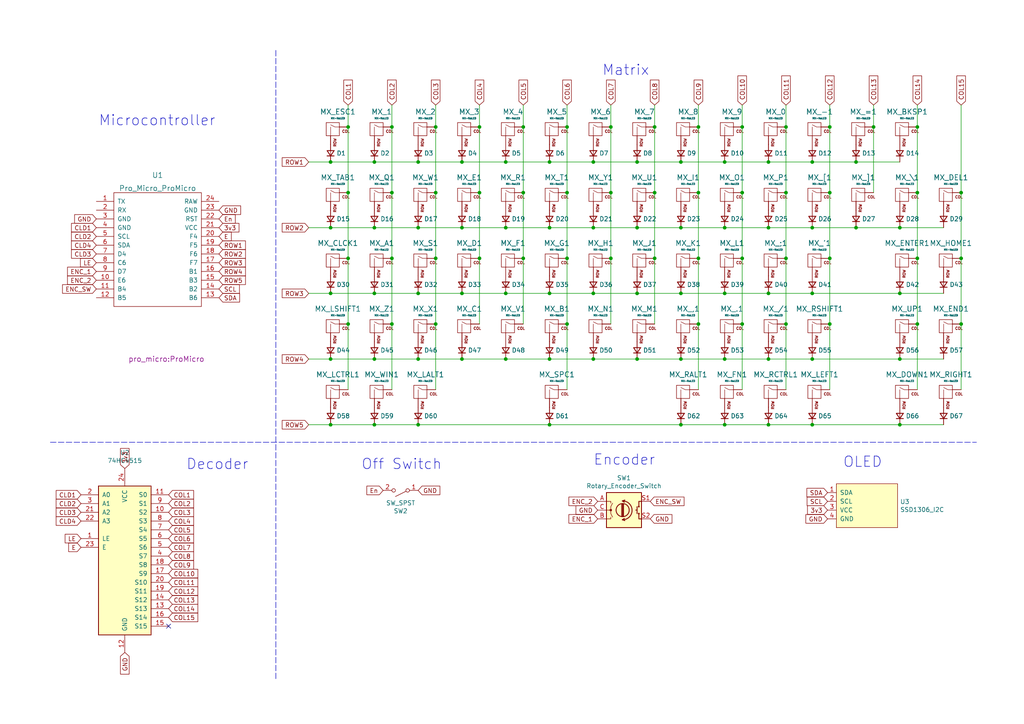
<source format=kicad_sch>
(kicad_sch (version 20211123) (generator eeschema)
  (paper "A4")
  (lib_symbols
    (symbol "Device:D_Small" (pin_numbers hide) (pin_names (offset 0.254) hide)
      (property "Reference" "D" (at -1.27 2.032 0))
      (property "Value" "D_Small" (at -3.81 -2.032 0))
      (symbol "D_Small_1_1"
        (pin passive line (at -2.54 0 0) (length 1.778) (name "K") (number "1"))
        (pin passive line (at 2.54 0 180) (length 1.778) (name "A") (number "2"))
      )
    )
    (symbol "Dissatisfaction65-rescue:Rotary_Encoder_Switch-Device" (pin_names (offset 0.254) hide)
      (property "Reference" "SW" (at 0 6.604 0))
      (property "Value" "Rotary_Encoder_Switch-Device" (at 0 -6.604 0))
      (symbol "Rotary_Encoder_Switch-Device_1_1"
        (pin passive line (at -7.62 2.54 0) (length 2.54) (name "A") (number "A"))
        (pin passive line (at -7.62 -2.54 0) (length 2.54) (name "B") (number "B"))
        (pin passive line (at -7.62 0 0) (length 2.54) (name "C") (number "C"))
        (pin passive line (at 7.62 2.54 180) (length 2.54) (name "S1") (number "S1"))
        (pin passive line (at 7.62 -2.54 180) (length 2.54) (name "S2") (number "S2"))
      )
    )
    (symbol "Dissatisfaction65:74HC4515" (pin_names (offset 1.016))
      (property "Reference" "U" (at -13.97 -6.35 0))
      (property "Value" "74HC4515" (at -13.97 -10.16 0))
      (symbol "74HC4515_1_1"
        (pin input line (at -12.7 5.08 0) (length 5.08) (name "LE") (number "1"))
        (pin output line (at 12.7 12.7 180) (length 5.08) (name "S2") (number "10"))
        (pin output line (at 12.7 17.78 180) (length 5.08) (name "S0") (number "11"))
        (pin power_in line (at 0 -27.94 90) (length 5.08) (name "GND") (number "12"))
        (pin output line (at 12.7 -15.24 180) (length 5.08) (name "S13") (number "13"))
        (pin output line (at 12.7 -12.7 180) (length 5.08) (name "S12") (number "14"))
        (pin output line (at 12.7 -20.32 180) (length 5.08) (name "S15") (number "15"))
        (pin output line (at 12.7 -17.78 180) (length 5.08) (name "S14") (number "16"))
        (pin output line (at 12.7 -5.08 180) (length 5.08) (name "S9") (number "17"))
        (pin output line (at 12.7 -2.54 180) (length 5.08) (name "S8") (number "18"))
        (pin output line (at 12.7 -10.16 180) (length 5.08) (name "S11") (number "19"))
        (pin input line (at -12.7 17.78 0) (length 5.08) (name "A0") (number "2"))
        (pin output line (at 12.7 -7.62 180) (length 5.08) (name "S10") (number "20"))
        (pin input line (at -12.7 12.7 0) (length 5.08) (name "A2") (number "21"))
        (pin input line (at -12.7 10.16 0) (length 5.08) (name "A3") (number "22"))
        (pin input line (at -12.7 2.54 0) (length 5.08) (name "E") (number "23"))
        (pin power_in line (at 0 25.4 270) (length 5.08) (name "VCC") (number "24"))
        (pin input line (at -12.7 15.24 0) (length 5.08) (name "A1") (number "3"))
        (pin output line (at 12.7 0 180) (length 5.08) (name "S7") (number "4"))
        (pin output line (at 12.7 2.54 180) (length 5.08) (name "S6") (number "5"))
        (pin output line (at 12.7 5.08 180) (length 5.08) (name "S5") (number "6"))
        (pin output line (at 12.7 7.62 180) (length 5.08) (name "S4") (number "7"))
        (pin output line (at 12.7 10.16 180) (length 5.08) (name "S3") (number "8"))
        (pin output line (at 12.7 15.24 180) (length 5.08) (name "S1") (number "9"))
      )
    )
    (symbol "Dissatisfaction65:SSD1306_I2C" (pin_names (offset 1.016))
      (property "Reference" "U" (at 0 8.89 0))
      (property "Value" "SSD1306_I2C" (at 0 6.35 0))
      (symbol "SSD1306_I2C_1_1"
        (pin input line (at -11.43 2.54 0) (length 2.54) (name "SDA") (number "1"))
        (pin input line (at -11.43 0 0) (length 2.54) (name "SCL") (number "2"))
        (pin input line (at -11.43 -2.54 0) (length 2.54) (name "VCC") (number "3"))
        (pin input line (at -11.43 -5.08 0) (length 2.54) (name "GND") (number "4"))
      )
    )
    (symbol "MX_Alps_Hybrid:MX-NoLED" (pin_names (offset 1.016))
      (property "Reference" "MX" (at -0.635 3.81 0))
      (property "Value" "MX-NoLED" (at -0.635 1.27 0))
      (symbol "MX-NoLED_0_0"
        (text "COL" (at 3.175 0 0) (effects (font (size 0.762 0.762))))
        (text "ROW" (at 0 -1.905 900) (effects (font (size 0.762 0.762)) (justify right)))
      )
      (symbol "MX-NoLED_1_1"
        (pin passive line (at 3.81 1.27 180) (length 2.54) (name "COL") (number "1"))
        (pin passive line (at -1.27 -3.81 90) (length 2.54) (name "ROW") (number "2"))
      )
    )
    (symbol "Switch:SW_SPST" (pin_names (offset 0) hide)
      (property "Reference" "SW" (at 0 3.175 0))
      (property "Value" "SW_SPST" (at 0 -2.54 0))
      (symbol "SW_SPST_1_1"
        (pin passive line (at -5.08 0 0) (length 2.54) (name "A") (number "1"))
        (pin passive line (at 5.08 0 180) (length 2.54) (name "B") (number "2"))
      )
    )
    (symbol "unix60pcb-cache:Pro_Micro_ProMicro" (pin_names (offset 1.016))
      (property "Reference" "U" (at 0 24.13 0))
      (property "Value" "Pro_Micro_ProMicro" (at 0 -13.97 0))
      (symbol "Pro_Micro_ProMicro_1_1"
        (pin bidirectional line (at -17.78 19.05 0) (length 5.08) (name "TX") (number "1"))
        (pin bidirectional line (at -17.78 -3.81 0) (length 5.08) (name "E6") (number "10"))
        (pin bidirectional line (at -17.78 -6.35 0) (length 5.08) (name "B4") (number "11"))
        (pin bidirectional line (at -17.78 -8.89 0) (length 5.08) (name "B5") (number "12"))
        (pin bidirectional line (at 17.78 -8.89 180) (length 5.08) (name "B6") (number "13"))
        (pin bidirectional line (at 17.78 -6.35 180) (length 5.08) (name "B2") (number "14"))
        (pin bidirectional line (at 17.78 -3.81 180) (length 5.08) (name "B3") (number "15"))
        (pin bidirectional line (at 17.78 -1.27 180) (length 5.08) (name "B1") (number "16"))
        (pin bidirectional line (at 17.78 1.27 180) (length 5.08) (name "F7") (number "17"))
        (pin bidirectional line (at 17.78 3.81 180) (length 5.08) (name "F6") (number "18"))
        (pin bidirectional line (at 17.78 6.35 180) (length 5.08) (name "F5") (number "19"))
        (pin bidirectional line (at -17.78 16.51 0) (length 5.08) (name "RX") (number "2"))
        (pin bidirectional line (at 17.78 8.89 180) (length 5.08) (name "F4") (number "20"))
        (pin power_in line (at 17.78 11.43 180) (length 5.08) (name "VCC") (number "21"))
        (pin input line (at 17.78 13.97 180) (length 5.08) (name "RST") (number "22"))
        (pin power_in line (at 17.78 16.51 180) (length 5.08) (name "GND") (number "23"))
        (pin power_out line (at 17.78 19.05 180) (length 5.08) (name "RAW") (number "24"))
        (pin power_in line (at -17.78 13.97 0) (length 5.08) (name "GND") (number "3"))
        (pin power_in line (at -17.78 11.43 0) (length 5.08) (name "GND") (number "4"))
        (pin bidirectional line (at -17.78 8.89 0) (length 5.08) (name "SCL") (number "5"))
        (pin bidirectional line (at -17.78 6.35 0) (length 5.08) (name "SDA") (number "6"))
        (pin bidirectional line (at -17.78 3.81 0) (length 5.08) (name "D4") (number "7"))
        (pin bidirectional line (at -17.78 1.27 0) (length 5.08) (name "C6") (number "8"))
        (pin bidirectional line (at -17.78 -1.27 0) (length 5.08) (name "D7") (number "9"))
      )
    )
  )
  (junction (at 100.965 93.98))
  (junction (at 266.065 55.88))
  (junction (at 235.585 46.99))
  (junction (at 227.965 74.93))
  (junction (at 164.465 55.88))
  (junction (at 95.885 104.14))
  (junction (at 133.985 85.09))
  (junction (at 177.165 36.83))
  (junction (at 108.585 46.99))
  (junction (at 108.585 123.19))
  (junction (at 121.285 123.19))
  (junction (at 108.585 66.04))
  (junction (at 240.665 93.98))
  (junction (at 151.765 74.93))
  (junction (at 197.485 46.99))
  (junction (at 253.365 36.83))
  (junction (at 146.685 104.14))
  (junction (at 197.485 85.09))
  (junction (at 113.665 93.98))
  (junction (at 172.085 46.99))
  (junction (at 248.285 46.99))
  (junction (at 159.385 66.04))
  (junction (at 146.685 85.09))
  (junction (at 227.965 55.88))
  (junction (at 113.665 36.83))
  (junction (at 133.985 66.04))
  (junction (at 113.665 55.88))
  (junction (at 121.285 104.14))
  (junction (at 100.965 74.93))
  (junction (at 240.665 74.93))
  (junction (at 215.265 55.88))
  (junction (at 100.965 36.83))
  (junction (at 113.665 74.93))
  (junction (at 146.685 46.99))
  (junction (at 184.785 104.14))
  (junction (at 126.365 74.93))
  (junction (at 184.785 46.99))
  (junction (at 235.585 123.19))
  (junction (at 95.885 46.99))
  (junction (at 260.985 104.14))
  (junction (at 202.565 36.83))
  (junction (at 95.885 66.04))
  (junction (at 222.885 123.19))
  (junction (at 159.385 46.99))
  (junction (at 227.965 93.98))
  (junction (at 172.085 66.04))
  (junction (at 164.465 93.98))
  (junction (at 260.985 123.19))
  (junction (at 202.565 55.88))
  (junction (at 260.985 85.09))
  (junction (at 126.365 55.88))
  (junction (at 126.365 93.98))
  (junction (at 235.585 85.09))
  (junction (at 215.265 74.93))
  (junction (at 266.065 36.83))
  (junction (at 121.285 46.99))
  (junction (at 210.185 123.19))
  (junction (at 222.885 85.09))
  (junction (at 210.185 66.04))
  (junction (at 210.185 85.09))
  (junction (at 248.285 66.04))
  (junction (at 164.465 36.83))
  (junction (at 108.585 104.14))
  (junction (at 240.665 36.83))
  (junction (at 266.065 74.93))
  (junction (at 159.385 85.09))
  (junction (at 146.685 66.04))
  (junction (at 121.285 66.04))
  (junction (at 260.985 66.04))
  (junction (at 172.085 104.14))
  (junction (at 95.885 123.19))
  (junction (at 133.985 104.14))
  (junction (at 95.885 85.09))
  (junction (at 222.885 104.14))
  (junction (at 197.485 66.04))
  (junction (at 278.765 55.88))
  (junction (at 172.085 85.09))
  (junction (at 189.865 55.88))
  (junction (at 184.785 85.09))
  (junction (at 266.065 93.98))
  (junction (at 151.765 55.88))
  (junction (at 139.065 55.88))
  (junction (at 177.165 74.93))
  (junction (at 202.565 93.98))
  (junction (at 222.885 66.04))
  (junction (at 227.965 36.83))
  (junction (at 278.765 93.98))
  (junction (at 108.585 85.09))
  (junction (at 164.465 74.93))
  (junction (at 100.965 55.88))
  (junction (at 240.665 55.88))
  (junction (at 121.285 85.09))
  (junction (at 189.865 74.93))
  (junction (at 210.185 104.14))
  (junction (at 235.585 104.14))
  (junction (at 139.065 74.93))
  (junction (at 133.985 46.99))
  (junction (at 202.565 74.93))
  (junction (at 139.065 36.83))
  (junction (at 151.765 36.83))
  (junction (at 210.185 46.99))
  (junction (at 197.485 123.19))
  (junction (at 177.165 55.88))
  (junction (at 189.865 36.83))
  (junction (at 235.585 66.04))
  (junction (at 159.385 123.19))
  (junction (at 159.385 104.14))
  (junction (at 222.885 46.99))
  (junction (at 215.265 93.98))
  (junction (at 184.785 66.04))
  (junction (at 197.485 104.14))
  (junction (at 215.265 36.83))
  (junction (at 126.365 36.83))
  (junction (at 278.765 74.93))
  (no_connect (at 48.895 181.61))
  (wire (pts (xy 177.165 93.98) (xy 177.165 74.93)))
  (wire (pts (xy 215.265 36.83) (xy 215.265 55.88)))
  (wire (pts (xy 253.365 55.88) (xy 253.365 36.83)))
  (wire (pts (xy 164.465 55.88) (xy 164.465 74.93)))
  (wire (pts (xy 227.965 36.83) (xy 227.965 30.48)))
  (wire (pts (xy 266.065 74.93) (xy 266.065 55.88)))
  (wire (pts (xy 121.285 123.19) (xy 159.385 123.19)))
  (wire (pts (xy 113.665 30.48) (xy 113.665 36.83)))
  (wire (pts (xy 222.885 104.14) (xy 235.585 104.14)))
  (wire (pts (xy 240.665 93.98) (xy 240.665 113.03)))
  (wire (pts (xy 210.185 104.14) (xy 222.885 104.14)))
  (wire (pts (xy 260.985 85.09) (xy 235.585 85.09)))
  (wire (pts (xy 202.565 55.88) (xy 202.565 36.83)))
  (wire (pts (xy 184.785 46.99) (xy 172.085 46.99)))
  (polyline (pts (xy 14.605 128.27) (xy 283.21 128.27)))
  (wire (pts (xy 210.185 85.09) (xy 197.485 85.09)))
  (wire (pts (xy 189.865 30.48) (xy 189.865 36.83)))
  (wire (pts (xy 248.285 46.99) (xy 235.585 46.99)))
  (wire (pts (xy 240.665 55.88) (xy 240.665 74.93)))
  (wire (pts (xy 278.765 93.98) (xy 278.765 113.03)))
  (wire (pts (xy 126.365 113.03) (xy 126.365 93.98)))
  (wire (pts (xy 100.965 55.88) (xy 100.965 74.93)))
  (wire (pts (xy 253.365 36.83) (xy 253.365 30.48)))
  (wire (pts (xy 210.185 46.99) (xy 197.485 46.99)))
  (wire (pts (xy 146.685 46.99) (xy 133.985 46.99)))
  (wire (pts (xy 266.065 55.88) (xy 266.065 36.83)))
  (wire (pts (xy 248.285 66.04) (xy 235.585 66.04)))
  (wire (pts (xy 273.685 66.04) (xy 260.985 66.04)))
  (wire (pts (xy 189.865 55.88) (xy 189.865 74.93)))
  (wire (pts (xy 151.765 55.88) (xy 151.765 36.83)))
  (wire (pts (xy 172.085 104.14) (xy 184.785 104.14)))
  (wire (pts (xy 133.985 66.04) (xy 121.285 66.04)))
  (wire (pts (xy 260.985 66.04) (xy 248.285 66.04)))
  (wire (pts (xy 108.585 46.99) (xy 95.885 46.99)))
  (wire (pts (xy 126.365 93.98) (xy 126.365 74.93)))
  (wire (pts (xy 210.185 66.04) (xy 197.485 66.04)))
  (wire (pts (xy 159.385 46.99) (xy 146.685 46.99)))
  (wire (pts (xy 189.865 74.93) (xy 189.865 93.98)))
  (wire (pts (xy 139.065 74.93) (xy 139.065 93.98)))
  (wire (pts (xy 227.965 93.98) (xy 227.965 74.93)))
  (wire (pts (xy 197.485 104.14) (xy 210.185 104.14)))
  (wire (pts (xy 235.585 104.14) (xy 260.985 104.14)))
  (wire (pts (xy 172.085 85.09) (xy 159.385 85.09)))
  (wire (pts (xy 139.065 55.88) (xy 139.065 74.93)))
  (wire (pts (xy 215.265 55.88) (xy 215.265 74.93)))
  (wire (pts (xy 222.885 46.99) (xy 210.185 46.99)))
  (wire (pts (xy 172.085 46.99) (xy 159.385 46.99)))
  (wire (pts (xy 222.885 123.19) (xy 235.585 123.19)))
  (wire (pts (xy 108.585 66.04) (xy 95.885 66.04)))
  (wire (pts (xy 202.565 93.98) (xy 202.565 74.93)))
  (wire (pts (xy 146.685 85.09) (xy 133.985 85.09)))
  (wire (pts (xy 222.885 85.09) (xy 210.185 85.09)))
  (wire (pts (xy 113.665 113.03) (xy 113.665 93.98)))
  (wire (pts (xy 95.885 104.14) (xy 108.585 104.14)))
  (wire (pts (xy 126.365 55.88) (xy 126.365 36.83)))
  (wire (pts (xy 235.585 85.09) (xy 222.885 85.09)))
  (wire (pts (xy 240.665 30.48) (xy 240.665 36.83)))
  (wire (pts (xy 227.965 113.03) (xy 227.965 93.98)))
  (wire (pts (xy 108.585 123.19) (xy 121.285 123.19)))
  (wire (pts (xy 159.385 85.09) (xy 146.685 85.09)))
  (wire (pts (xy 95.885 123.19) (xy 89.535 123.19)))
  (wire (pts (xy 266.065 30.48) (xy 266.065 36.83)))
  (wire (pts (xy 222.885 66.04) (xy 210.185 66.04)))
  (wire (pts (xy 113.665 55.88) (xy 113.665 36.83)))
  (wire (pts (xy 266.065 113.03) (xy 266.065 93.98)))
  (wire (pts (xy 260.985 104.14) (xy 273.685 104.14)))
  (wire (pts (xy 240.665 74.93) (xy 240.665 93.98)))
  (wire (pts (xy 278.765 30.48) (xy 278.765 55.88)))
  (wire (pts (xy 159.385 66.04) (xy 146.685 66.04)))
  (wire (pts (xy 202.565 36.83) (xy 202.565 30.48)))
  (wire (pts (xy 164.465 30.48) (xy 164.465 36.83)))
  (wire (pts (xy 121.285 85.09) (xy 108.585 85.09)))
  (wire (pts (xy 121.285 66.04) (xy 108.585 66.04)))
  (wire (pts (xy 100.965 30.48) (xy 100.965 36.83)))
  (wire (pts (xy 133.985 46.99) (xy 121.285 46.99)))
  (wire (pts (xy 278.765 74.93) (xy 278.765 93.98)))
  (wire (pts (xy 89.535 85.09) (xy 95.885 85.09)))
  (wire (pts (xy 215.265 93.98) (xy 215.265 113.03)))
  (wire (pts (xy 95.885 123.19) (xy 108.585 123.19)))
  (wire (pts (xy 95.885 104.14) (xy 89.535 104.14)))
  (wire (pts (xy 177.165 36.83) (xy 177.165 30.48)))
  (wire (pts (xy 278.765 55.88) (xy 278.765 74.93)))
  (wire (pts (xy 126.365 36.83) (xy 126.365 30.48)))
  (wire (pts (xy 159.385 104.14) (xy 172.085 104.14)))
  (wire (pts (xy 210.185 123.19) (xy 222.885 123.19)))
  (wire (pts (xy 100.965 74.93) (xy 100.965 93.98)))
  (wire (pts (xy 197.485 85.09) (xy 184.785 85.09)))
  (wire (pts (xy 235.585 46.99) (xy 222.885 46.99)))
  (wire (pts (xy 184.785 104.14) (xy 197.485 104.14)))
  (wire (pts (xy 266.065 93.98) (xy 266.065 74.93)))
  (wire (pts (xy 139.065 36.83) (xy 139.065 55.88)))
  (wire (pts (xy 126.365 74.93) (xy 126.365 55.88)))
  (wire (pts (xy 95.885 66.04) (xy 89.535 66.04)))
  (wire (pts (xy 121.285 46.99) (xy 108.585 46.99)))
  (wire (pts (xy 197.485 46.99) (xy 184.785 46.99)))
  (wire (pts (xy 177.165 55.88) (xy 177.165 36.83)))
  (wire (pts (xy 100.965 93.98) (xy 100.965 113.03)))
  (wire (pts (xy 133.985 85.09) (xy 121.285 85.09)))
  (wire (pts (xy 240.665 36.83) (xy 240.665 55.88)))
  (wire (pts (xy 227.965 55.88) (xy 227.965 36.83)))
  (wire (pts (xy 215.265 30.48) (xy 215.265 36.83)))
  (wire (pts (xy 164.465 74.93) (xy 164.465 93.98)))
  (wire (pts (xy 146.685 104.14) (xy 159.385 104.14)))
  (polyline (pts (xy 80.01 14.605) (xy 80.01 196.85)))
  (wire (pts (xy 151.765 36.83) (xy 151.765 30.48)))
  (wire (pts (xy 151.765 93.98) (xy 151.765 74.93)))
  (wire (pts (xy 260.985 123.19) (xy 273.685 123.19)))
  (wire (pts (xy 177.165 74.93) (xy 177.165 55.88)))
  (wire (pts (xy 215.265 74.93) (xy 215.265 93.98)))
  (wire (pts (xy 164.465 93.98) (xy 164.465 113.03)))
  (wire (pts (xy 113.665 93.98) (xy 113.665 74.93)))
  (wire (pts (xy 95.885 46.99) (xy 89.535 46.99)))
  (wire (pts (xy 159.385 123.19) (xy 197.485 123.19)))
  (wire (pts (xy 151.765 74.93) (xy 151.765 55.88)))
  (wire (pts (xy 133.985 104.14) (xy 146.685 104.14)))
  (wire (pts (xy 235.585 123.19) (xy 260.985 123.19)))
  (wire (pts (xy 202.565 74.93) (xy 202.565 55.88)))
  (wire (pts (xy 108.585 104.14) (xy 121.285 104.14)))
  (wire (pts (xy 113.665 74.93) (xy 113.665 55.88)))
  (wire (pts (xy 184.785 66.04) (xy 172.085 66.04)))
  (wire (pts (xy 108.585 85.09) (xy 95.885 85.09)))
  (wire (pts (xy 189.865 36.83) (xy 189.865 55.88)))
  (wire (pts (xy 227.965 74.93) (xy 227.965 55.88)))
  (wire (pts (xy 184.785 85.09) (xy 172.085 85.09)))
  (wire (pts (xy 100.965 36.83) (xy 100.965 55.88)))
  (wire (pts (xy 197.485 123.19) (xy 210.185 123.19)))
  (wire (pts (xy 139.065 30.48) (xy 139.065 36.83)))
  (wire (pts (xy 172.085 66.04) (xy 159.385 66.04)))
  (wire (pts (xy 146.685 66.04) (xy 133.985 66.04)))
  (wire (pts (xy 235.585 66.04) (xy 222.885 66.04)))
  (wire (pts (xy 164.465 36.83) (xy 164.465 55.88)))
  (wire (pts (xy 260.985 46.99) (xy 248.285 46.99)))
  (wire (pts (xy 273.685 85.09) (xy 260.985 85.09)))
  (wire (pts (xy 197.485 66.04) (xy 184.785 66.04)))
  (wire (pts (xy 202.565 113.03) (xy 202.565 93.98)))
  (wire (pts (xy 121.285 104.14) (xy 133.985 104.14)))
  (text "Decoder" (at 53.975 136.525 0) (effects (font (size 2.9972 2.9972)) (justify left bottom)))
  (text "Microcontroller" (at 28.575 36.83 0) (effects (font (size 2.9972 2.9972)) (justify left bottom)))
  (text "Off Switch" (at 104.775 136.525 0) (effects (font (size 2.9972 2.9972)) (justify left bottom)))
  (text "OLED" (at 244.475 135.89 0) (effects (font (size 2.9972 2.9972)) (justify left bottom)))
  (text "Matrix" (at 174.625 22.225 0) (effects (font (size 2.9972 2.9972)) (justify left bottom)))
  (text "Encoder" (at 172.085 135.255 0) (effects (font (size 2.9972 2.9972)) (justify left bottom)))
  (global_label "GND" (shape input) (at 36.195 189.23 270) (property "Intersheet References" "${INTERSHEET_REFS}" (effects hide)))
  (global_label "GND" (shape input) (at 27.94 63.5 180) (property "Intersheet References" "${INTERSHEET_REFS}" (effects hide)))
  (global_label "ENC_2" (shape input) (at 27.94 81.28 180) (property "Intersheet References" "${INTERSHEET_REFS}" (effects hide)))
  (global_label "ROW2" (shape input) (at 63.5 73.66 0) (property "Intersheet References" "${INTERSHEET_REFS}" (effects hide)))
  (global_label "COL13" (shape input) (at 48.895 173.99 0) (property "Intersheet References" "${INTERSHEET_REFS}" (effects hide)))
  (global_label "COL12" (shape input) (at 48.895 171.45 0) (property "Intersheet References" "${INTERSHEET_REFS}" (effects hide)))
  (global_label "CLD3" (shape input) (at 27.94 73.66 180) (property "Intersheet References" "${INTERSHEET_REFS}" (effects hide)))
  (global_label "COL1" (shape input) (at 48.895 143.51 0) (property "Intersheet References" "${INTERSHEET_REFS}" (effects hide)))
  (global_label "GND" (shape input) (at 188.595 150.495 0) (property "Intersheet References" "${INTERSHEET_REFS}" (effects hide)))
  (global_label "E" (shape input) (at 63.5 68.58 0) (property "Intersheet References" "${INTERSHEET_REFS}" (effects hide)))
  (global_label "E" (shape input) (at 23.495 158.75 180) (property "Intersheet References" "${INTERSHEET_REFS}" (effects hide)))
  (global_label "COL4" (shape input) (at 48.895 151.13 0) (property "Intersheet References" "${INTERSHEET_REFS}" (effects hide)))
  (global_label "En" (shape input) (at 111.125 142.24 180) (property "Intersheet References" "${INTERSHEET_REFS}" (effects hide)))
  (global_label "CLD2" (shape input) (at 27.94 68.58 180) (property "Intersheet References" "${INTERSHEET_REFS}" (effects hide)))
  (global_label "SCL" (shape input) (at 63.5 83.82 0) (property "Intersheet References" "${INTERSHEET_REFS}" (effects hide)))
  (global_label "CLD1" (shape input) (at 23.495 143.51 180) (property "Intersheet References" "${INTERSHEET_REFS}" (effects hide)))
  (global_label "GND" (shape input) (at 173.355 147.955 180) (property "Intersheet References" "${INTERSHEET_REFS}" (effects hide)))
  (global_label "COL9" (shape input) (at 48.895 163.83 0) (property "Intersheet References" "${INTERSHEET_REFS}" (effects hide)))
  (global_label "ENC_SW" (shape input) (at 27.94 83.82 180) (property "Intersheet References" "${INTERSHEET_REFS}" (effects hide)))
  (global_label "ENC_1" (shape input) (at 173.355 150.495 180) (property "Intersheet References" "${INTERSHEET_REFS}" (effects hide)))
  (global_label "ROW3" (shape input) (at 89.535 85.09 180) (property "Intersheet References" "${INTERSHEET_REFS}" (effects hide)))
  (global_label "SDA" (shape input) (at 240.03 142.875 180) (property "Intersheet References" "${INTERSHEET_REFS}" (effects hide)))
  (global_label "COL9" (shape input) (at 202.565 30.48 90) (property "Intersheet References" "${INTERSHEET_REFS}" (effects hide)))
  (global_label "COL11" (shape input) (at 227.965 30.48 90) (property "Intersheet References" "${INTERSHEET_REFS}" (effects hide)))
  (global_label "ENC_1" (shape input) (at 27.94 78.74 180) (property "Intersheet References" "${INTERSHEET_REFS}" (effects hide)))
  (global_label "En" (shape input) (at 63.5 63.5 0) (property "Intersheet References" "${INTERSHEET_REFS}" (effects hide)))
  (global_label "ROW3" (shape input) (at 63.5 76.2 0) (property "Intersheet References" "${INTERSHEET_REFS}" (effects hide)))
  (global_label "ROW5" (shape input) (at 89.535 123.19 180) (property "Intersheet References" "${INTERSHEET_REFS}" (effects hide)))
  (global_label "SDA" (shape input) (at 63.5 86.36 0) (property "Intersheet References" "${INTERSHEET_REFS}" (effects hide)))
  (global_label "SCL" (shape input) (at 240.03 145.415 180) (property "Intersheet References" "${INTERSHEET_REFS}" (effects hide)))
  (global_label "3v3" (shape input) (at 240.03 147.955 180) (property "Intersheet References" "${INTERSHEET_REFS}" (effects hide)))
  (global_label "CLD4" (shape input) (at 23.495 151.13 180) (property "Intersheet References" "${INTERSHEET_REFS}" (effects hide)))
  (global_label "3v3" (shape input) (at 63.5 66.04 0) (property "Intersheet References" "${INTERSHEET_REFS}" (effects hide)))
  (global_label "COL6" (shape input) (at 164.465 30.48 90) (property "Intersheet References" "${INTERSHEET_REFS}" (effects hide)))
  (global_label "COL14" (shape input) (at 266.065 30.48 90) (property "Intersheet References" "${INTERSHEET_REFS}" (effects hide)))
  (global_label "ROW4" (shape input) (at 89.535 104.14 180) (property "Intersheet References" "${INTERSHEET_REFS}" (effects hide)))
  (global_label "GND" (shape input) (at 240.03 150.495 180) (property "Intersheet References" "${INTERSHEET_REFS}" (effects hide)))
  (global_label "ROW4" (shape input) (at 63.5 78.74 0) (property "Intersheet References" "${INTERSHEET_REFS}" (effects hide)))
  (global_label "COL6" (shape input) (at 48.895 156.21 0) (property "Intersheet References" "${INTERSHEET_REFS}" (effects hide)))
  (global_label "LE" (shape input) (at 23.495 156.21 180) (property "Intersheet References" "${INTERSHEET_REFS}" (effects hide)))
  (global_label "COL1" (shape input) (at 100.965 30.48 90) (property "Intersheet References" "${INTERSHEET_REFS}" (effects hide)))
  (global_label "COL4" (shape input) (at 139.065 30.48 90) (property "Intersheet References" "${INTERSHEET_REFS}" (effects hide)))
  (global_label "CLD2" (shape input) (at 23.495 146.05 180) (property "Intersheet References" "${INTERSHEET_REFS}" (effects hide)))
  (global_label "COL10" (shape input) (at 215.265 30.48 90) (property "Intersheet References" "${INTERSHEET_REFS}" (effects hide)))
  (global_label "CLD1" (shape input) (at 27.94 66.04 180) (property "Intersheet References" "${INTERSHEET_REFS}" (effects hide)))
  (global_label "COL8" (shape input) (at 48.895 161.29 0) (property "Intersheet References" "${INTERSHEET_REFS}" (effects hide)))
  (global_label "ROW1" (shape input) (at 89.535 46.99 180) (property "Intersheet References" "${INTERSHEET_REFS}" (effects hide)))
  (global_label "GND" (shape input) (at 63.5 60.96 0) (property "Intersheet References" "${INTERSHEET_REFS}" (effects hide)))
  (global_label "COL11" (shape input) (at 48.895 168.91 0) (property "Intersheet References" "${INTERSHEET_REFS}" (effects hide)))
  (global_label "ENC_SW" (shape input) (at 188.595 145.415 0) (property "Intersheet References" "${INTERSHEET_REFS}" (effects hide)))
  (global_label "ROW5" (shape input) (at 63.5 81.28 0) (property "Intersheet References" "${INTERSHEET_REFS}" (effects hide)))
  (global_label "LE" (shape input) (at 27.94 76.2 180) (property "Intersheet References" "${INTERSHEET_REFS}" (effects hide)))
  (global_label "COL10" (shape input) (at 48.895 166.37 0) (property "Intersheet References" "${INTERSHEET_REFS}" (effects hide)))
  (global_label "COL2" (shape input) (at 113.665 30.48 90) (property "Intersheet References" "${INTERSHEET_REFS}" (effects hide)))
  (global_label "GND" (shape input) (at 121.285 142.24 0) (property "Intersheet References" "${INTERSHEET_REFS}" (effects hide)))
  (global_label "ENC_2" (shape input) (at 173.355 145.415 180) (property "Intersheet References" "${INTERSHEET_REFS}" (effects hide)))
  (global_label "COL14" (shape input) (at 48.895 176.53 0) (property "Intersheet References" "${INTERSHEET_REFS}" (effects hide)))
  (global_label "COL2" (shape input) (at 48.895 146.05 0) (property "Intersheet References" "${INTERSHEET_REFS}" (effects hide)))
  (global_label "COL7" (shape input) (at 177.165 30.48 90) (property "Intersheet References" "${INTERSHEET_REFS}" (effects hide)))
  (global_label "CLD3" (shape input) (at 23.495 148.59 180) (property "Intersheet References" "${INTERSHEET_REFS}" (effects hide)))
  (global_label "COL7" (shape input) (at 48.895 158.75 0) (property "Intersheet References" "${INTERSHEET_REFS}" (effects hide)))
  (global_label "CLD4" (shape input) (at 27.94 71.12 180) (property "Intersheet References" "${INTERSHEET_REFS}" (effects hide)))
  (global_label "COL13" (shape input) (at 253.365 30.48 90) (property "Intersheet References" "${INTERSHEET_REFS}" (effects hide)))
  (global_label "ROW2" (shape input) (at 89.535 66.04 180) (property "Intersheet References" "${INTERSHEET_REFS}" (effects hide)))
  (global_label "COL5" (shape input) (at 48.895 153.67 0) (property "Intersheet References" "${INTERSHEET_REFS}" (effects hide)))
  (global_label "COL3" (shape input) (at 48.895 148.59 0) (property "Intersheet References" "${INTERSHEET_REFS}" (effects hide)))
  (global_label "COL12" (shape input) (at 240.665 30.48 90) (property "Intersheet References" "${INTERSHEET_REFS}" (effects hide)))
  (global_label "COL3" (shape input) (at 126.365 30.48 90) (property "Intersheet References" "${INTERSHEET_REFS}" (effects hide)))
  (global_label "COL15" (shape input) (at 278.765 30.48 90) (property "Intersheet References" "${INTERSHEET_REFS}" (effects hide)))
  (global_label "3v3" (shape input) (at 36.195 135.89 90) (property "Intersheet References" "${INTERSHEET_REFS}" (effects hide)))
  (global_label "COL5" (shape input) (at 151.765 30.48 90) (property "Intersheet References" "${INTERSHEET_REFS}" (effects hide)))
  (global_label "COL15" (shape input) (at 48.895 179.07 0) (property "Intersheet References" "${INTERSHEET_REFS}" (effects hide)))
  (global_label "COL8" (shape input) (at 189.865 30.48 90) (property "Intersheet References" "${INTERSHEET_REFS}" (effects hide)))
  (global_label "ROW1" (shape input) (at 63.5 71.12 0) (property "Intersheet References" "${INTERSHEET_REFS}" (effects hide)))
  (symbol (lib_id "MX_Alps_Hybrid:MX-NoLED") (at 97.155 38.1 0) (unit 1)
    (property "Reference" "MX_ESC1" (at 97.9932 32.4358 0) (effects (font (size 1.524 1.524))))
    (property "Value" "MX-NoLED" (at 97.9932 34.3154 0) (effects (font (size 0.508 0.508))))
    (property "Footprint" "MX_Only:MXOnly-1U-NoLED" (effects hide))
  )
  (symbol (lib_id "MX_Alps_Hybrid:MX-NoLED") (at 109.855 38.1 0) (unit 1)
    (property "Reference" "MX_1" (at 110.6932 32.4358 0) (effects (font (size 1.524 1.524))))
    (property "Value" "MX-NoLED" (at 110.6932 34.3154 0) (effects (font (size 0.508 0.508))))
    (property "Footprint" "MX_Only:MXOnly-1U-NoLED" (effects hide))
  )
  (symbol (lib_id "MX_Alps_Hybrid:MX-NoLED") (at 122.555 38.1 0) (unit 1)
    (property "Reference" "MX_2" (at 123.3932 32.4358 0) (effects (font (size 1.524 1.524))))
    (property "Value" "MX-NoLED" (at 123.3932 34.3154 0) (effects (font (size 0.508 0.508))))
    (property "Footprint" "MX_Only:MXOnly-1U-NoLED" (effects hide))
  )
  (symbol (lib_id "MX_Alps_Hybrid:MX-NoLED") (at 135.255 38.1 0) (unit 1)
    (property "Reference" "MX_3" (at 136.0932 32.4358 0) (effects (font (size 1.524 1.524))))
    (property "Value" "MX-NoLED" (at 136.0932 34.3154 0) (effects (font (size 0.508 0.508))))
    (property "Footprint" "MX_Only:MXOnly-1U-NoLED" (effects hide))
  )
  (symbol (lib_id "MX_Alps_Hybrid:MX-NoLED") (at 147.955 38.1 0) (unit 1)
    (property "Reference" "MX_4" (at 148.7932 32.4358 0) (effects (font (size 1.524 1.524))))
    (property "Value" "MX-NoLED" (at 148.7932 34.3154 0) (effects (font (size 0.508 0.508))))
    (property "Footprint" "MX_Only:MXOnly-1U-NoLED" (effects hide))
  )
  (symbol (lib_id "Dissatisfaction65-rescue:Rotary_Encoder_Switch-Device") (at 180.975 147.955 0) (unit 1)
    (property "Reference" "SW1" (at 180.975 138.6332 0))
    (property "Value" "Rotary_Encoder_Switch" (at 180.975 140.9446 0))
    (property "Footprint" "Rotary_Encoder:RotaryEncoder_Alps_EC11E-Switch_Vertical_H20mm" (effects hide))
  )
  (symbol (lib_id "Dissatisfaction65:74HC4515") (at 36.195 161.29 0) (unit 1)
    (property "Reference" "U2" (at 36.195 131.2926 0))
    (property "Value" "74HC4515" (at 36.195 133.604 0))
    (property "Footprint" "Package_SO:SOIC-24W_7.5x15.4mm_P1.27mm" (effects hide))
  )
  (symbol (lib_id "Dissatisfaction65:SSD1306_I2C") (at 251.46 145.415 0) (unit 1)
    (property "Reference" "U3" (at 261.0612 145.5166 0) (effects (justify left)))
    (property "Value" "SSD1306_I2C" (at 261.0612 147.828 0) (effects (justify left)))
    (property "Footprint" "Dissatisfaction65:OLED" (effects hide))
  )
  (symbol (lib_id "MX_Alps_Hybrid:MX-NoLED") (at 160.655 38.1 0) (unit 1)
    (property "Reference" "MX_5" (at 161.4932 32.4358 0) (effects (font (size 1.524 1.524))))
    (property "Value" "MX-NoLED" (at 161.4932 34.3154 0) (effects (font (size 0.508 0.508))))
    (property "Footprint" "MX_Only:MXOnly-1U-NoLED" (effects hide))
  )
  (symbol (lib_id "MX_Alps_Hybrid:MX-NoLED") (at 173.355 38.1 0) (unit 1)
    (property "Reference" "MX_6" (at 174.1932 32.4358 0) (effects (font (size 1.524 1.524))))
    (property "Value" "MX-NoLED" (at 174.1932 34.3154 0) (effects (font (size 0.508 0.508))))
    (property "Footprint" "MX_Only:MXOnly-1U-NoLED" (effects hide))
  )
  (symbol (lib_id "MX_Alps_Hybrid:MX-NoLED") (at 186.055 38.1 0) (unit 1)
    (property "Reference" "MX_7" (at 186.8932 32.4358 0) (effects (font (size 1.524 1.524))))
    (property "Value" "MX-NoLED" (at 186.8932 34.3154 0) (effects (font (size 0.508 0.508))))
    (property "Footprint" "MX_Only:MXOnly-1U-NoLED" (effects hide))
  )
  (symbol (lib_id "MX_Alps_Hybrid:MX-NoLED") (at 198.755 38.1 0) (unit 1)
    (property "Reference" "MX_8" (at 199.5932 32.4358 0) (effects (font (size 1.524 1.524))))
    (property "Value" "MX-NoLED" (at 199.5932 34.3154 0) (effects (font (size 0.508 0.508))))
    (property "Footprint" "MX_Only:MXOnly-1U-NoLED" (effects hide))
  )
  (symbol (lib_id "MX_Alps_Hybrid:MX-NoLED") (at 211.455 38.1 0) (unit 1)
    (property "Reference" "MX_9" (at 212.2932 32.4358 0) (effects (font (size 1.524 1.524))))
    (property "Value" "MX-NoLED" (at 212.2932 34.3154 0) (effects (font (size 0.508 0.508))))
    (property "Footprint" "MX_Only:MXOnly-1U-NoLED" (effects hide))
  )
  (symbol (lib_id "MX_Alps_Hybrid:MX-NoLED") (at 224.155 38.1 0) (unit 1)
    (property "Reference" "MX_0" (at 224.9932 32.4358 0) (effects (font (size 1.524 1.524))))
    (property "Value" "MX-NoLED" (at 224.9932 34.3154 0) (effects (font (size 0.508 0.508))))
    (property "Footprint" "MX_Only:MXOnly-1U-NoLED" (effects hide))
  )
  (symbol (lib_id "MX_Alps_Hybrid:MX-NoLED") (at 236.855 38.1 0) (unit 1)
    (property "Reference" "MX_-1" (at 237.6932 32.4358 0) (effects (font (size 1.524 1.524))))
    (property "Value" "MX-NoLED" (at 237.6932 34.3154 0) (effects (font (size 0.508 0.508))))
    (property "Footprint" "MX_Only:MXOnly-1U-NoLED" (effects hide))
  )
  (symbol (lib_id "MX_Alps_Hybrid:MX-NoLED") (at 249.555 38.1 0) (unit 1)
    (property "Reference" "MX_=1" (at 250.3932 32.4358 0) (effects (font (size 1.524 1.524))))
    (property "Value" "MX-NoLED" (at 250.3932 34.3154 0) (effects (font (size 0.508 0.508))))
    (property "Footprint" "MX_Only:MXOnly-1U-NoLED" (effects hide))
  )
  (symbol (lib_id "MX_Alps_Hybrid:MX-NoLED") (at 262.255 38.1 0) (unit 1)
    (property "Reference" "MX_BKSP1" (at 263.0932 32.4358 0) (effects (font (size 1.524 1.524))))
    (property "Value" "MX-NoLED" (at 263.0932 34.3154 0) (effects (font (size 0.508 0.508))))
    (property "Footprint" "MX_Only:MXOnly-2U-NoLED" (effects hide))
  )
  (symbol (lib_id "MX_Alps_Hybrid:MX-NoLED") (at 97.155 57.15 0) (unit 1)
    (property "Reference" "MX_TAB1" (at 97.9932 51.4858 0) (effects (font (size 1.524 1.524))))
    (property "Value" "MX-NoLED" (at 97.9932 53.3654 0) (effects (font (size 0.508 0.508))))
    (property "Footprint" "MX_Only:MXOnly-1.5U-NoLED" (effects hide))
  )
  (symbol (lib_id "MX_Alps_Hybrid:MX-NoLED") (at 109.855 57.15 0) (unit 1)
    (property "Reference" "MX_Q1" (at 110.6932 51.4858 0) (effects (font (size 1.524 1.524))))
    (property "Value" "MX-NoLED" (at 110.6932 53.3654 0) (effects (font (size 0.508 0.508))))
    (property "Footprint" "MX_Only:MXOnly-1U-NoLED" (effects hide))
  )
  (symbol (lib_id "MX_Alps_Hybrid:MX-NoLED") (at 122.555 57.15 0) (unit 1)
    (property "Reference" "MX_W1" (at 123.3932 51.4858 0) (effects (font (size 1.524 1.524))))
    (property "Value" "MX-NoLED" (at 123.3932 53.3654 0) (effects (font (size 0.508 0.508))))
    (property "Footprint" "MX_Only:MXOnly-1U-NoLED" (effects hide))
  )
  (symbol (lib_id "MX_Alps_Hybrid:MX-NoLED") (at 135.255 57.15 0) (unit 1)
    (property "Reference" "MX_E1" (at 136.0932 51.4858 0) (effects (font (size 1.524 1.524))))
    (property "Value" "MX-NoLED" (at 136.0932 53.3654 0) (effects (font (size 0.508 0.508))))
    (property "Footprint" "MX_Only:MXOnly-1U-NoLED" (effects hide))
  )
  (symbol (lib_id "MX_Alps_Hybrid:MX-NoLED") (at 147.955 57.15 0) (unit 1)
    (property "Reference" "MX_R1" (at 148.7932 51.4858 0) (effects (font (size 1.524 1.524))))
    (property "Value" "MX-NoLED" (at 148.7932 53.3654 0) (effects (font (size 0.508 0.508))))
    (property "Footprint" "MX_Only:MXOnly-1U-NoLED" (effects hide))
  )
  (symbol (lib_id "MX_Alps_Hybrid:MX-NoLED") (at 160.655 57.15 0) (unit 1)
    (property "Reference" "MX_T1" (at 161.4932 51.4858 0) (effects (font (size 1.524 1.524))))
    (property "Value" "MX-NoLED" (at 161.4932 53.3654 0) (effects (font (size 0.508 0.508))))
    (property "Footprint" "MX_Only:MXOnly-1U-NoLED" (effects hide))
  )
  (symbol (lib_id "MX_Alps_Hybrid:MX-NoLED") (at 173.355 57.15 0) (unit 1)
    (property "Reference" "MX_Y1" (at 174.1932 51.4858 0) (effects (font (size 1.524 1.524))))
    (property "Value" "MX-NoLED" (at 174.1932 53.3654 0) (effects (font (size 0.508 0.508))))
    (property "Footprint" "MX_Only:MXOnly-1U-NoLED" (effects hide))
  )
  (symbol (lib_id "MX_Alps_Hybrid:MX-NoLED") (at 186.055 57.15 0) (unit 1)
    (property "Reference" "MX_U1" (at 186.8932 51.4858 0) (effects (font (size 1.524 1.524))))
    (property "Value" "MX-NoLED" (at 186.8932 53.3654 0) (effects (font (size 0.508 0.508))))
    (property "Footprint" "MX_Only:MXOnly-1U-NoLED" (effects hide))
  )
  (symbol (lib_id "MX_Alps_Hybrid:MX-NoLED") (at 198.755 57.15 0) (unit 1)
    (property "Reference" "MX_I1" (at 199.5932 51.4858 0) (effects (font (size 1.524 1.524))))
    (property "Value" "MX-NoLED" (at 199.5932 53.3654 0) (effects (font (size 0.508 0.508))))
    (property "Footprint" "MX_Only:MXOnly-1U-NoLED" (effects hide))
  )
  (symbol (lib_id "MX_Alps_Hybrid:MX-NoLED") (at 211.455 57.15 0) (unit 1)
    (property "Reference" "MX_O1" (at 212.2932 51.4858 0) (effects (font (size 1.524 1.524))))
    (property "Value" "MX-NoLED" (at 212.2932 53.3654 0) (effects (font (size 0.508 0.508))))
    (property "Footprint" "MX_Only:MXOnly-1U-NoLED" (effects hide))
  )
  (symbol (lib_id "MX_Alps_Hybrid:MX-NoLED") (at 224.155 57.15 0) (unit 1)
    (property "Reference" "MX_P1" (at 224.9932 51.4858 0) (effects (font (size 1.524 1.524))))
    (property "Value" "MX-NoLED" (at 224.9932 53.3654 0) (effects (font (size 0.508 0.508))))
    (property "Footprint" "MX_Only:MXOnly-1U-NoLED" (effects hide))
  )
  (symbol (lib_id "MX_Alps_Hybrid:MX-NoLED") (at 236.855 57.15 0) (unit 1)
    (property "Reference" "MX_[1" (at 237.6932 51.4858 0) (effects (font (size 1.524 1.524))))
    (property "Value" "MX-NoLED" (at 237.6932 53.3654 0) (effects (font (size 0.508 0.508))))
    (property "Footprint" "MX_Only:MXOnly-1U-NoLED" (effects hide))
  )
  (symbol (lib_id "MX_Alps_Hybrid:MX-NoLED") (at 249.555 57.15 0) (unit 1)
    (property "Reference" "MX_]1" (at 250.3932 51.4858 0) (effects (font (size 1.524 1.524))))
    (property "Value" "MX-NoLED" (at 250.3932 53.3654 0) (effects (font (size 0.508 0.508))))
    (property "Footprint" "MX_Only:MXOnly-1U-NoLED" (effects hide))
  )
  (symbol (lib_id "MX_Alps_Hybrid:MX-NoLED") (at 262.255 57.15 0) (unit 1)
    (property "Reference" "MX_\\1" (at 263.0932 51.4858 0) (effects (font (size 1.524 1.524))))
    (property "Value" "MX-NoLED" (at 263.0932 53.3654 0) (effects (font (size 0.508 0.508))))
    (property "Footprint" "MX_Only:MXOnly-1.5U-NoLED" (effects hide))
  )
  (symbol (lib_id "MX_Alps_Hybrid:MX-NoLED") (at 274.955 57.15 0) (unit 1)
    (property "Reference" "MX_DEL1" (at 275.7932 51.4858 0) (effects (font (size 1.524 1.524))))
    (property "Value" "MX-NoLED" (at 275.7932 53.3654 0) (effects (font (size 0.508 0.508))))
    (property "Footprint" "MX_Only:MXOnly-1U-NoLED" (effects hide))
  )
  (symbol (lib_id "MX_Alps_Hybrid:MX-NoLED") (at 97.155 76.2 0) (unit 1)
    (property "Reference" "MX_CLCK1" (at 97.9932 70.5358 0) (effects (font (size 1.524 1.524))))
    (property "Value" "MX-NoLED" (at 97.9932 72.4154 0) (effects (font (size 0.508 0.508))))
    (property "Footprint" "MX_Only:MXOnly-1.75U-NoLED" (effects hide))
  )
  (symbol (lib_id "MX_Alps_Hybrid:MX-NoLED") (at 109.855 76.2 0) (unit 1)
    (property "Reference" "MX_A1" (at 110.6932 70.5358 0) (effects (font (size 1.524 1.524))))
    (property "Value" "MX-NoLED" (at 110.6932 72.4154 0) (effects (font (size 0.508 0.508))))
    (property "Footprint" "MX_Only:MXOnly-1U-NoLED" (effects hide))
  )
  (symbol (lib_id "MX_Alps_Hybrid:MX-NoLED") (at 122.555 76.2 0) (unit 1)
    (property "Reference" "MX_S1" (at 123.3932 70.5358 0) (effects (font (size 1.524 1.524))))
    (property "Value" "MX-NoLED" (at 123.3932 72.4154 0) (effects (font (size 0.508 0.508))))
    (property "Footprint" "MX_Only:MXOnly-1U-NoLED" (effects hide))
  )
  (symbol (lib_id "MX_Alps_Hybrid:MX-NoLED") (at 135.255 76.2 0) (unit 1)
    (property "Reference" "MX_D1" (at 136.0932 70.5358 0) (effects (font (size 1.524 1.524))))
    (property "Value" "MX-NoLED" (at 136.0932 72.4154 0) (effects (font (size 0.508 0.508))))
    (property "Footprint" "MX_Only:MXOnly-1U-NoLED" (effects hide))
  )
  (symbol (lib_id "MX_Alps_Hybrid:MX-NoLED") (at 147.955 76.2 0) (unit 1)
    (property "Reference" "MX_F1" (at 148.7932 70.5358 0) (effects (font (size 1.524 1.524))))
    (property "Value" "MX-NoLED" (at 148.7932 72.4154 0) (effects (font (size 0.508 0.508))))
    (property "Footprint" "MX_Only:MXOnly-1U-NoLED" (effects hide))
  )
  (symbol (lib_id "MX_Alps_Hybrid:MX-NoLED") (at 160.655 76.2 0) (unit 1)
    (property "Reference" "MX_G1" (at 161.4932 70.5358 0) (effects (font (size 1.524 1.524))))
    (property "Value" "MX-NoLED" (at 161.4932 72.4154 0) (effects (font (size 0.508 0.508))))
    (property "Footprint" "MX_Only:MXOnly-1U-NoLED" (effects hide))
  )
  (symbol (lib_id "MX_Alps_Hybrid:MX-NoLED") (at 173.355 76.2 0) (unit 1)
    (property "Reference" "MX_H1" (at 174.1932 70.5358 0) (effects (font (size 1.524 1.524))))
    (property "Value" "MX-NoLED" (at 174.1932 72.4154 0) (effects (font (size 0.508 0.508))))
    (property "Footprint" "MX_Only:MXOnly-1U-NoLED" (effects hide))
  )
  (symbol (lib_id "MX_Alps_Hybrid:MX-NoLED") (at 186.055 76.2 0) (unit 1)
    (property "Reference" "MX_J1" (at 186.8932 70.5358 0) (effects (font (size 1.524 1.524))))
    (property "Value" "MX-NoLED" (at 186.8932 72.4154 0) (effects (font (size 0.508 0.508))))
    (property "Footprint" "MX_Only:MXOnly-1U-NoLED" (effects hide))
  )
  (symbol (lib_id "MX_Alps_Hybrid:MX-NoLED") (at 198.755 76.2 0) (unit 1)
    (property "Reference" "MX_K1" (at 199.5932 70.5358 0) (effects (font (size 1.524 1.524))))
    (property "Value" "MX-NoLED" (at 199.5932 72.4154 0) (effects (font (size 0.508 0.508))))
    (property "Footprint" "MX_Only:MXOnly-1U-NoLED" (effects hide))
  )
  (symbol (lib_id "MX_Alps_Hybrid:MX-NoLED") (at 211.455 76.2 0) (unit 1)
    (property "Reference" "MX_L1" (at 212.2932 70.5358 0) (effects (font (size 1.524 1.524))))
    (property "Value" "MX-NoLED" (at 212.2932 72.4154 0) (effects (font (size 0.508 0.508))))
    (property "Footprint" "MX_Only:MXOnly-1U-NoLED" (effects hide))
  )
  (symbol (lib_id "MX_Alps_Hybrid:MX-NoLED") (at 224.155 76.2 0) (unit 1)
    (property "Reference" "MX_;1" (at 224.9932 70.5358 0) (effects (font (size 1.524 1.524))))
    (property "Value" "MX-NoLED" (at 224.9932 72.4154 0) (effects (font (size 0.508 0.508))))
    (property "Footprint" "MX_Only:MXOnly-1U-NoLED" (effects hide))
  )
  (symbol (lib_id "MX_Alps_Hybrid:MX-NoLED") (at 236.855 76.2 0) (unit 1)
    (property "Reference" "MX_'1" (at 237.6932 70.5358 0) (effects (font (size 1.524 1.524))))
    (property "Value" "MX-NoLED" (at 237.6932 72.4154 0) (effects (font (size 0.508 0.508))))
    (property "Footprint" "MX_Only:MXOnly-1U-NoLED" (effects hide))
  )
  (symbol (lib_id "MX_Alps_Hybrid:MX-NoLED") (at 262.255 76.2 0) (unit 1)
    (property "Reference" "MX_ENTER1" (at 263.0932 70.5358 0) (effects (font (size 1.524 1.524))))
    (property "Value" "MX-NoLED" (at 263.0932 72.4154 0) (effects (font (size 0.508 0.508))))
    (property "Footprint" "MX_Only:MXOnly-2.25U-NoLED" (effects hide))
  )
  (symbol (lib_id "MX_Alps_Hybrid:MX-NoLED") (at 274.955 76.2 0) (unit 1)
    (property "Reference" "MX_HOME1" (at 275.7932 70.5358 0) (effects (font (size 1.524 1.524))))
    (property "Value" "MX-NoLED" (at 275.7932 72.4154 0) (effects (font (size 0.508 0.508))))
    (property "Footprint" "MX_Only:MXOnly-1U-NoLED" (effects hide))
  )
  (symbol (lib_id "MX_Alps_Hybrid:MX-NoLED") (at 97.155 95.25 0) (unit 1)
    (property "Reference" "MX_LSHIFT1" (at 97.9932 89.5858 0) (effects (font (size 1.524 1.524))))
    (property "Value" "MX-NoLED" (at 97.9932 91.4654 0) (effects (font (size 0.508 0.508))))
    (property "Footprint" "MX_Only:MXOnly-2.25U-NoLED" (effects hide))
  )
  (symbol (lib_id "MX_Alps_Hybrid:MX-NoLED") (at 109.855 95.25 0) (unit 1)
    (property "Reference" "MX_Z1" (at 110.6932 89.5858 0) (effects (font (size 1.524 1.524))))
    (property "Value" "MX-NoLED" (at 110.6932 91.4654 0) (effects (font (size 0.508 0.508))))
    (property "Footprint" "MX_Only:MXOnly-1U-NoLED" (effects hide))
  )
  (symbol (lib_id "MX_Alps_Hybrid:MX-NoLED") (at 122.555 95.25 0) (unit 1)
    (property "Reference" "MX_X1" (at 123.3932 89.5858 0) (effects (font (size 1.524 1.524))))
    (property "Value" "MX-NoLED" (at 123.3932 91.4654 0) (effects (font (size 0.508 0.508))))
    (property "Footprint" "MX_Only:MXOnly-1U-NoLED" (effects hide))
  )
  (symbol (lib_id "MX_Alps_Hybrid:MX-NoLED") (at 135.255 95.25 0) (unit 1)
    (property "Reference" "MX_C1" (at 136.0932 89.5858 0) (effects (font (size 1.524 1.524))))
    (property "Value" "MX-NoLED" (at 136.0932 91.4654 0) (effects (font (size 0.508 0.508))))
    (property "Footprint" "MX_Only:MXOnly-1U-NoLED" (effects hide))
  )
  (symbol (lib_id "MX_Alps_Hybrid:MX-NoLED") (at 147.955 95.25 0) (unit 1)
    (property "Reference" "MX_V1" (at 148.7932 89.5858 0) (effects (font (size 1.524 1.524))))
    (property "Value" "MX-NoLED" (at 148.7932 91.4654 0) (effects (font (size 0.508 0.508))))
    (property "Footprint" "MX_Only:MXOnly-1U-NoLED" (effects hide))
  )
  (symbol (lib_id "MX_Alps_Hybrid:MX-NoLED") (at 160.655 95.25 0) (unit 1)
    (property "Reference" "MX_B1" (at 161.4932 89.5858 0) (effects (font (size 1.524 1.524))))
    (property "Value" "MX-NoLED" (at 161.4932 91.4654 0) (effects (font (size 0.508 0.508))))
    (property "Footprint" "MX_Only:MXOnly-1U-NoLED" (effects hide))
  )
  (symbol (lib_id "MX_Alps_Hybrid:MX-NoLED") (at 173.355 95.25 0) (unit 1)
    (property "Reference" "MX_N1" (at 174.1932 89.5858 0) (effects (font (size 1.524 1.524))))
    (property "Value" "MX-NoLED" (at 174.1932 91.4654 0) (effects (font (size 0.508 0.508))))
    (property "Footprint" "MX_Only:MXOnly-1U-NoLED" (effects hide))
  )
  (symbol (lib_id "MX_Alps_Hybrid:MX-NoLED") (at 186.055 95.25 0) (unit 1)
    (property "Reference" "MX_M1" (at 186.8932 89.5858 0) (effects (font (size 1.524 1.524))))
    (property "Value" "MX-NoLED" (at 186.8932 91.4654 0) (effects (font (size 0.508 0.508))))
    (property "Footprint" "MX_Only:MXOnly-1U-NoLED" (effects hide))
  )
  (symbol (lib_id "MX_Alps_Hybrid:MX-NoLED") (at 198.755 95.25 0) (unit 1)
    (property "Reference" "MX_,1" (at 199.5932 89.5858 0) (effects (font (size 1.524 1.524))))
    (property "Value" "MX-NoLED" (at 199.5932 91.4654 0) (effects (font (size 0.508 0.508))))
    (property "Footprint" "MX_Only:MXOnly-1U-NoLED" (effects hide))
  )
  (symbol (lib_id "MX_Alps_Hybrid:MX-NoLED") (at 211.455 95.25 0) (unit 1)
    (property "Reference" "MX_.1" (at 212.2932 89.5858 0) (effects (font (size 1.524 1.524))))
    (property "Value" "MX-NoLED" (at 212.2932 91.4654 0) (effects (font (size 0.508 0.508))))
    (property "Footprint" "MX_Only:MXOnly-1U-NoLED" (effects hide))
  )
  (symbol (lib_id "MX_Alps_Hybrid:MX-NoLED") (at 236.855 95.25 0) (unit 1)
    (property "Reference" "MX_RSHIFT1" (at 237.6932 89.5858 0) (effects (font (size 1.524 1.524))))
    (property "Value" "MX-NoLED" (at 237.6932 91.4654 0) (effects (font (size 0.508 0.508))))
    (property "Footprint" "MX_Only:MXOnly-1.75U-NoLED" (effects hide))
  )
  (symbol (lib_id "MX_Alps_Hybrid:MX-NoLED") (at 262.255 95.25 0) (unit 1)
    (property "Reference" "MX_UP1" (at 263.0932 89.5858 0) (effects (font (size 1.524 1.524))))
    (property "Value" "MX-NoLED" (at 263.0932 91.4654 0) (effects (font (size 0.508 0.508))))
    (property "Footprint" "MX_Only:MXOnly-1U-NoLED" (effects hide))
  )
  (symbol (lib_id "MX_Alps_Hybrid:MX-NoLED") (at 274.955 95.25 0) (unit 1)
    (property "Reference" "MX_END1" (at 275.7932 89.5858 0) (effects (font (size 1.524 1.524))))
    (property "Value" "MX-NoLED" (at 275.7932 91.4654 0) (effects (font (size 0.508 0.508))))
    (property "Footprint" "MX_Only:MXOnly-1U-NoLED" (effects hide))
  )
  (symbol (lib_id "MX_Alps_Hybrid:MX-NoLED") (at 97.155 114.3 0) (unit 1)
    (property "Reference" "MX_LCTRL1" (at 97.9932 108.6358 0) (effects (font (size 1.524 1.524))))
    (property "Value" "MX-NoLED" (at 97.9932 110.5154 0) (effects (font (size 0.508 0.508))))
    (property "Footprint" "MX_Only:MXOnly-1.25U-NoLED" (effects hide))
  )
  (symbol (lib_id "MX_Alps_Hybrid:MX-NoLED") (at 109.855 114.3 0) (unit 1)
    (property "Reference" "MX_WIN1" (at 110.6932 108.6358 0) (effects (font (size 1.524 1.524))))
    (property "Value" "MX-NoLED" (at 110.6932 110.5154 0) (effects (font (size 0.508 0.508))))
    (property "Footprint" "MX_Only:MXOnly-1.25U-NoLED" (effects hide))
  )
  (symbol (lib_id "MX_Alps_Hybrid:MX-NoLED") (at 122.555 114.3 0) (unit 1)
    (property "Reference" "MX_LALT1" (at 123.3932 108.6358 0) (effects (font (size 1.524 1.524))))
    (property "Value" "MX-NoLED" (at 123.3932 110.5154 0) (effects (font (size 0.508 0.508))))
    (property "Footprint" "MX_Only:MXOnly-1.25U-NoLED" (effects hide))
  )
  (symbol (lib_id "MX_Alps_Hybrid:MX-NoLED") (at 160.655 114.3 0) (unit 1)
    (property "Reference" "MX_SPC1" (at 161.4932 108.6358 0) (effects (font (size 1.524 1.524))))
    (property "Value" "MX-NoLED" (at 161.4932 110.5154 0) (effects (font (size 0.508 0.508))))
    (property "Footprint" "MX_Only:MXOnly-6.25U-ReversedStabilizers-NoLED" (effects hide))
  )
  (symbol (lib_id "MX_Alps_Hybrid:MX-NoLED") (at 198.755 114.3 0) (unit 1)
    (property "Reference" "MX_RALT1" (at 199.5932 108.6358 0) (effects (font (size 1.524 1.524))))
    (property "Value" "MX-NoLED" (at 199.5932 110.5154 0) (effects (font (size 0.508 0.508))))
    (property "Footprint" "MX_Only:MXOnly-1U-NoLED" (effects hide))
  )
  (symbol (lib_id "MX_Alps_Hybrid:MX-NoLED") (at 211.455 114.3 0) (unit 1)
    (property "Reference" "MX_FN1" (at 212.2932 108.6358 0) (effects (font (size 1.524 1.524))))
    (property "Value" "MX-NoLED" (at 212.2932 110.5154 0) (effects (font (size 0.508 0.508))))
    (property "Footprint" "MX_Only:MXOnly-1U-NoLED" (effects hide))
  )
  (symbol (lib_id "MX_Alps_Hybrid:MX-NoLED") (at 236.855 114.3 0) (unit 1)
    (property "Reference" "MX_LEFT1" (at 237.6932 108.6358 0) (effects (font (size 1.524 1.524))))
    (property "Value" "MX-NoLED" (at 237.6932 110.5154 0) (effects (font (size 0.508 0.508))))
    (property "Footprint" "MX_Only:MXOnly-1U-NoLED" (effects hide))
  )
  (symbol (lib_id "MX_Alps_Hybrid:MX-NoLED") (at 262.255 114.3 0) (unit 1)
    (property "Reference" "MX_DOWN1" (at 263.0932 108.6358 0) (effects (font (size 1.524 1.524))))
    (property "Value" "MX-NoLED" (at 263.0932 110.5154 0) (effects (font (size 0.508 0.508))))
    (property "Footprint" "MX_Only:MXOnly-1U-NoLED" (effects hide))
  )
  (symbol (lib_id "MX_Alps_Hybrid:MX-NoLED") (at 274.955 114.3 0) (unit 1)
    (property "Reference" "MX_RIGHT1" (at 275.7932 108.6358 0) (effects (font (size 1.524 1.524))))
    (property "Value" "MX-NoLED" (at 275.7932 110.5154 0) (effects (font (size 0.508 0.508))))
    (property "Footprint" "MX_Only:MXOnly-1U-NoLED" (effects hide))
  )
  (symbol (lib_id "MX_Alps_Hybrid:MX-NoLED") (at 224.155 95.25 0) (unit 1)
    (property "Reference" "MX_/1" (at 224.9932 89.5858 0) (effects (font (size 1.524 1.524))))
    (property "Value" "MX-NoLED" (at 224.9932 91.4654 0) (effects (font (size 0.508 0.508))))
    (property "Footprint" "MX_Only:MXOnly-1U-NoLED" (effects hide))
  )
  (symbol (lib_id "MX_Alps_Hybrid:MX-NoLED") (at 224.155 114.3 0) (unit 1)
    (property "Reference" "MX_RCTRL1" (at 224.9932 108.6358 0) (effects (font (size 1.524 1.524))))
    (property "Value" "MX-NoLED" (at 224.9932 110.5154 0) (effects (font (size 0.508 0.508))))
    (property "Footprint" "MX_Only:MXOnly-1U-NoLED" (effects hide))
  )
  (symbol (lib_id "Device:D_Small") (at 95.885 44.45 90) (unit 1)
    (property "Reference" "D1" (at 97.6122 44.45 90) (effects (justify right)))
    (property "Value" "D_Small" (effects hide))
    (property "Footprint" "Diode_THT:D_DO-35_SOD27_P7.62mm_Horizontal" (effects hide))
  )
  (symbol (lib_id "Device:D_Small") (at 108.585 44.45 90) (unit 1)
    (property "Reference" "D2" (at 110.3122 44.45 90) (effects (justify right)))
    (property "Value" "D_Small" (effects hide))
    (property "Footprint" "Diode_THT:D_DO-35_SOD27_P7.62mm_Horizontal" (effects hide))
  )
  (symbol (lib_id "Device:D_Small") (at 121.285 44.45 90) (unit 1)
    (property "Reference" "D3" (at 123.0122 44.45 90) (effects (justify right)))
    (property "Value" "D_Small" (effects hide))
    (property "Footprint" "Diode_THT:D_DO-35_SOD27_P7.62mm_Horizontal" (effects hide))
  )
  (symbol (lib_id "Device:D_Small") (at 133.985 44.45 90) (unit 1)
    (property "Reference" "D4" (at 135.7122 44.45 90) (effects (justify right)))
    (property "Value" "D_Small" (effects hide))
    (property "Footprint" "Diode_THT:D_DO-35_SOD27_P7.62mm_Horizontal" (effects hide))
  )
  (symbol (lib_id "Device:D_Small") (at 146.685 44.45 90) (unit 1)
    (property "Reference" "D5" (at 148.4122 44.45 90) (effects (justify right)))
    (property "Value" "D_Small" (effects hide))
    (property "Footprint" "Diode_THT:D_DO-35_SOD27_P7.62mm_Horizontal" (effects hide))
  )
  (symbol (lib_id "Device:D_Small") (at 159.385 44.45 90) (unit 1)
    (property "Reference" "D6" (at 161.1122 44.45 90) (effects (justify right)))
    (property "Value" "D_Small" (effects hide))
    (property "Footprint" "Diode_THT:D_DO-35_SOD27_P7.62mm_Horizontal" (effects hide))
  )
  (symbol (lib_id "Device:D_Small") (at 172.085 44.45 90) (unit 1)
    (property "Reference" "D7" (at 173.8122 44.45 90) (effects (justify right)))
    (property "Value" "D_Small" (effects hide))
    (property "Footprint" "Diode_THT:D_DO-35_SOD27_P7.62mm_Horizontal" (effects hide))
  )
  (symbol (lib_id "Device:D_Small") (at 184.785 44.45 90) (unit 1)
    (property "Reference" "D8" (at 186.5122 44.45 90) (effects (justify right)))
    (property "Value" "D_Small" (effects hide))
    (property "Footprint" "Diode_THT:D_DO-35_SOD27_P7.62mm_Horizontal" (effects hide))
  )
  (symbol (lib_id "Device:D_Small") (at 197.485 44.45 90) (unit 1)
    (property "Reference" "D9" (at 199.2122 44.45 90) (effects (justify right)))
    (property "Value" "D_Small" (effects hide))
    (property "Footprint" "Diode_THT:D_DO-35_SOD27_P7.62mm_Horizontal" (effects hide))
  )
  (symbol (lib_id "Device:D_Small") (at 210.185 44.45 90) (unit 1)
    (property "Reference" "D10" (at 211.9122 44.45 90) (effects (justify right)))
    (property "Value" "D_Small" (effects hide))
    (property "Footprint" "Diode_THT:D_DO-35_SOD27_P7.62mm_Horizontal" (effects hide))
  )
  (symbol (lib_id "Device:D_Small") (at 222.885 44.45 90) (unit 1)
    (property "Reference" "D11" (at 224.6122 44.45 90) (effects (justify right)))
    (property "Value" "D_Small" (effects hide))
    (property "Footprint" "Diode_THT:D_DO-35_SOD27_P7.62mm_Horizontal" (effects hide))
  )
  (symbol (lib_id "Device:D_Small") (at 235.585 44.45 90) (unit 1)
    (property "Reference" "D12" (at 237.3122 44.45 90) (effects (justify right)))
    (property "Value" "D_Small" (effects hide))
    (property "Footprint" "Diode_THT:D_DO-35_SOD27_P7.62mm_Horizontal" (effects hide))
  )
  (symbol (lib_id "Device:D_Small") (at 248.285 44.45 90) (unit 1)
    (property "Reference" "D13" (at 250.0122 44.45 90) (effects (justify right)))
    (property "Value" "D_Small" (effects hide))
    (property "Footprint" "Diode_THT:D_DO-35_SOD27_P7.62mm_Horizontal" (effects hide))
  )
  (symbol (lib_id "Device:D_Small") (at 260.985 44.45 90) (unit 1)
    (property "Reference" "D14" (at 262.7122 44.45 90) (effects (justify right)))
    (property "Value" "D_Small" (effects hide))
    (property "Footprint" "Diode_THT:D_DO-35_SOD27_P7.62mm_Horizontal" (effects hide))
  )
  (symbol (lib_id "Device:D_Small") (at 95.885 63.5 90) (unit 1)
    (property "Reference" "D15" (at 97.6122 63.5 90) (effects (justify right)))
    (property "Value" "D_Small" (effects hide))
    (property "Footprint" "Diode_THT:D_DO-35_SOD27_P7.62mm_Horizontal" (effects hide))
  )
  (symbol (lib_id "Device:D_Small") (at 108.585 63.5 90) (unit 1)
    (property "Reference" "D16" (at 110.3122 63.5 90) (effects (justify right)))
    (property "Value" "D_Small" (effects hide))
    (property "Footprint" "Diode_THT:D_DO-35_SOD27_P7.62mm_Horizontal" (effects hide))
  )
  (symbol (lib_id "Device:D_Small") (at 121.285 63.5 90) (unit 1)
    (property "Reference" "D17" (at 123.0122 63.5 90) (effects (justify right)))
    (property "Value" "D_Small" (effects hide))
    (property "Footprint" "Diode_THT:D_DO-35_SOD27_P7.62mm_Horizontal" (effects hide))
  )
  (symbol (lib_id "Device:D_Small") (at 133.985 63.5 90) (unit 1)
    (property "Reference" "D18" (at 135.7122 63.5 90) (effects (justify right)))
    (property "Value" "D_Small" (effects hide))
    (property "Footprint" "Diode_THT:D_DO-35_SOD27_P7.62mm_Horizontal" (effects hide))
  )
  (symbol (lib_id "Device:D_Small") (at 146.685 63.5 90) (unit 1)
    (property "Reference" "D19" (at 148.4122 63.5 90) (effects (justify right)))
    (property "Value" "D_Small" (effects hide))
    (property "Footprint" "Diode_THT:D_DO-35_SOD27_P7.62mm_Horizontal" (effects hide))
  )
  (symbol (lib_id "Device:D_Small") (at 159.385 63.5 90) (unit 1)
    (property "Reference" "D20" (at 161.1122 63.5 90) (effects (justify right)))
    (property "Value" "D_Small" (effects hide))
    (property "Footprint" "Diode_THT:D_DO-35_SOD27_P7.62mm_Horizontal" (effects hide))
  )
  (symbol (lib_id "Device:D_Small") (at 172.085 63.5 90) (unit 1)
    (property "Reference" "D21" (at 173.8122 63.5 90) (effects (justify right)))
    (property "Value" "D_Small" (effects hide))
    (property "Footprint" "Diode_THT:D_DO-35_SOD27_P7.62mm_Horizontal" (effects hide))
  )
  (symbol (lib_id "Device:D_Small") (at 184.785 63.5 90) (unit 1)
    (property "Reference" "D22" (at 186.5122 63.5 90) (effects (justify right)))
    (property "Value" "D_Small" (effects hide))
    (property "Footprint" "Diode_THT:D_DO-35_SOD27_P7.62mm_Horizontal" (effects hide))
  )
  (symbol (lib_id "Device:D_Small") (at 197.485 63.5 90) (unit 1)
    (property "Reference" "D23" (at 199.2122 63.5 90) (effects (justify right)))
    (property "Value" "D_Small" (effects hide))
    (property "Footprint" "Diode_THT:D_DO-35_SOD27_P7.62mm_Horizontal" (effects hide))
  )
  (symbol (lib_id "Device:D_Small") (at 210.185 63.5 90) (unit 1)
    (property "Reference" "D24" (at 211.9122 63.5 90) (effects (justify right)))
    (property "Value" "D_Small" (effects hide))
    (property "Footprint" "Diode_THT:D_DO-35_SOD27_P7.62mm_Horizontal" (effects hide))
  )
  (symbol (lib_id "Device:D_Small") (at 222.885 63.5 90) (unit 1)
    (property "Reference" "D25" (at 224.6122 63.5 90) (effects (justify right)))
    (property "Value" "D_Small" (effects hide))
    (property "Footprint" "Diode_THT:D_DO-35_SOD27_P7.62mm_Horizontal" (effects hide))
  )
  (symbol (lib_id "Device:D_Small") (at 235.585 63.5 90) (unit 1)
    (property "Reference" "D26" (at 237.3122 63.5 90) (effects (justify right)))
    (property "Value" "D_Small" (effects hide))
    (property "Footprint" "Diode_THT:D_DO-35_SOD27_P7.62mm_Horizontal" (effects hide))
  )
  (symbol (lib_id "Device:D_Small") (at 248.285 63.5 90) (unit 1)
    (property "Reference" "D27" (at 250.0122 63.5 90) (effects (justify right)))
    (property "Value" "D_Small" (effects hide))
    (property "Footprint" "Diode_THT:D_DO-35_SOD27_P7.62mm_Horizontal" (effects hide))
  )
  (symbol (lib_id "Device:D_Small") (at 260.985 63.5 90) (unit 1)
    (property "Reference" "D28" (at 262.7122 63.5 90) (effects (justify right)))
    (property "Value" "D_Small" (effects hide))
    (property "Footprint" "Diode_THT:D_DO-35_SOD27_P7.62mm_Horizontal" (effects hide))
  )
  (symbol (lib_id "Device:D_Small") (at 273.685 63.5 90) (unit 1)
    (property "Reference" "D29" (at 275.4122 63.5 90) (effects (justify right)))
    (property "Value" "D_Small" (effects hide))
    (property "Footprint" "Diode_THT:D_DO-35_SOD27_P7.62mm_Horizontal" (effects hide))
  )
  (symbol (lib_id "Device:D_Small") (at 95.885 82.55 90) (unit 1)
    (property "Reference" "D30" (at 97.6122 82.55 90) (effects (justify right)))
    (property "Value" "D_Small" (effects hide))
    (property "Footprint" "Diode_THT:D_DO-35_SOD27_P7.62mm_Horizontal" (effects hide))
  )
  (symbol (lib_id "Device:D_Small") (at 108.585 82.55 90) (unit 1)
    (property "Reference" "D31" (at 110.3122 82.55 90) (effects (justify right)))
    (property "Value" "D_Small" (effects hide))
    (property "Footprint" "Diode_THT:D_DO-35_SOD27_P7.62mm_Horizontal" (effects hide))
  )
  (symbol (lib_id "Device:D_Small") (at 121.285 82.55 90) (unit 1)
    (property "Reference" "D32" (at 123.0122 82.55 90) (effects (justify right)))
    (property "Value" "D_Small" (effects hide))
    (property "Footprint" "Diode_THT:D_DO-35_SOD27_P7.62mm_Horizontal" (effects hide))
  )
  (symbol (lib_id "Device:D_Small") (at 133.985 82.55 90) (unit 1)
    (property "Reference" "D33" (at 135.7122 82.55 90) (effects (justify right)))
    (property "Value" "D_Small" (effects hide))
    (property "Footprint" "Diode_THT:D_DO-35_SOD27_P7.62mm_Horizontal" (effects hide))
  )
  (symbol (lib_id "Device:D_Small") (at 146.685 82.55 90) (unit 1)
    (property "Reference" "D34" (at 148.4122 82.55 90) (effects (justify right)))
    (property "Value" "D_Small" (effects hide))
    (property "Footprint" "Diode_THT:D_DO-35_SOD27_P7.62mm_Horizontal" (effects hide))
  )
  (symbol (lib_id "Device:D_Small") (at 159.385 82.55 90) (unit 1)
    (property "Reference" "D35" (at 161.1122 82.55 90) (effects (justify right)))
    (property "Value" "D_Small" (effects hide))
    (property "Footprint" "Diode_THT:D_DO-35_SOD27_P7.62mm_Horizontal" (effects hide))
  )
  (symbol (lib_id "Device:D_Small") (at 172.085 82.55 90) (unit 1)
    (property "Reference" "D36" (at 173.8122 82.55 90) (effects (justify right)))
    (property "Value" "D_Small" (effects hide))
    (property "Footprint" "Diode_THT:D_DO-35_SOD27_P7.62mm_Horizontal" (effects hide))
  )
  (symbol (lib_id "Device:D_Small") (at 184.785 82.55 90) (unit 1)
    (property "Reference" "D37" (at 186.5122 82.55 90) (effects (justify right)))
    (property "Value" "D_Small" (effects hide))
    (property "Footprint" "Diode_THT:D_DO-35_SOD27_P7.62mm_Horizontal" (effects hide))
  )
  (symbol (lib_id "Device:D_Small") (at 197.485 82.55 90) (unit 1)
    (property "Reference" "D38" (at 199.2122 82.55 90) (effects (justify right)))
    (property "Value" "D_Small" (effects hide))
    (property "Footprint" "Diode_THT:D_DO-35_SOD27_P7.62mm_Horizontal" (effects hide))
  )
  (symbol (lib_id "Device:D_Small") (at 210.185 82.55 90) (unit 1)
    (property "Reference" "D39" (at 211.9122 82.55 90) (effects (justify right)))
    (property "Value" "D_Small" (effects hide))
    (property "Footprint" "Diode_THT:D_DO-35_SOD27_P7.62mm_Horizontal" (effects hide))
  )
  (symbol (lib_id "Device:D_Small") (at 222.885 82.55 90) (unit 1)
    (property "Reference" "D40" (at 224.6122 82.55 90) (effects (justify right)))
    (property "Value" "D_Small" (effects hide))
    (property "Footprint" "Diode_THT:D_DO-35_SOD27_P7.62mm_Horizontal" (effects hide))
  )
  (symbol (lib_id "Device:D_Small") (at 235.585 82.55 90) (unit 1)
    (property "Reference" "D41" (at 237.3122 82.55 90) (effects (justify right)))
    (property "Value" "D_Small" (effects hide))
    (property "Footprint" "Diode_THT:D_DO-35_SOD27_P7.62mm_Horizontal" (effects hide))
  )
  (symbol (lib_id "Device:D_Small") (at 260.985 82.55 90) (unit 1)
    (property "Reference" "D42" (at 262.7122 82.55 90) (effects (justify right)))
    (property "Value" "D_Small" (effects hide))
    (property "Footprint" "Diode_THT:D_DO-35_SOD27_P7.62mm_Horizontal" (effects hide))
  )
  (symbol (lib_id "Device:D_Small") (at 273.685 82.55 90) (unit 1)
    (property "Reference" "D43" (at 275.4122 82.55 90) (effects (justify right)))
    (property "Value" "D_Small" (effects hide))
    (property "Footprint" "Diode_THT:D_DO-35_SOD27_P7.62mm_Horizontal" (effects hide))
  )
  (symbol (lib_id "Device:D_Small") (at 95.885 101.6 90) (unit 1)
    (property "Reference" "D44" (at 97.6122 101.6 90) (effects (justify right)))
    (property "Value" "D_Small" (effects hide))
    (property "Footprint" "Diode_THT:D_DO-35_SOD27_P7.62mm_Horizontal" (effects hide))
  )
  (symbol (lib_id "Device:D_Small") (at 108.585 101.6 90) (unit 1)
    (property "Reference" "D45" (at 110.3122 101.6 90) (effects (justify right)))
    (property "Value" "D_Small" (effects hide))
    (property "Footprint" "Diode_THT:D_DO-35_SOD27_P7.62mm_Horizontal" (effects hide))
  )
  (symbol (lib_id "Device:D_Small") (at 121.285 101.6 90) (unit 1)
    (property "Reference" "D46" (at 123.0122 101.6 90) (effects (justify right)))
    (property "Value" "D_Small" (effects hide))
    (property "Footprint" "Diode_THT:D_DO-35_SOD27_P7.62mm_Horizontal" (effects hide))
  )
  (symbol (lib_id "Device:D_Small") (at 133.985 101.6 90) (unit 1)
    (property "Reference" "D47" (at 135.7122 101.6 90) (effects (justify right)))
    (property "Value" "D_Small" (effects hide))
    (property "Footprint" "Diode_THT:D_DO-35_SOD27_P7.62mm_Horizontal" (effects hide))
  )
  (symbol (lib_id "Device:D_Small") (at 146.685 101.6 90) (unit 1)
    (property "Reference" "D48" (at 148.4122 101.6 90) (effects (justify right)))
    (property "Value" "D_Small" (effects hide))
    (property "Footprint" "Diode_THT:D_DO-35_SOD27_P7.62mm_Horizontal" (effects hide))
  )
  (symbol (lib_id "Device:D_Small") (at 159.385 101.6 90) (unit 1)
    (property "Reference" "D49" (at 161.1122 101.6 90) (effects (justify right)))
    (property "Value" "D_Small" (effects hide))
    (property "Footprint" "Diode_THT:D_DO-35_SOD27_P7.62mm_Horizontal" (effects hide))
  )
  (symbol (lib_id "Device:D_Small") (at 172.085 101.6 90) (unit 1)
    (property "Reference" "D50" (at 173.8122 101.6 90) (effects (justify right)))
    (property "Value" "D_Small" (effects hide))
    (property "Footprint" "Diode_THT:D_DO-35_SOD27_P7.62mm_Horizontal" (effects hide))
  )
  (symbol (lib_id "Device:D_Small") (at 184.785 101.6 90) (unit 1)
    (property "Reference" "D51" (at 186.5122 101.6 90) (effects (justify right)))
    (property "Value" "D_Small" (effects hide))
    (property "Footprint" "Diode_THT:D_DO-35_SOD27_P7.62mm_Horizontal" (effects hide))
  )
  (symbol (lib_id "Device:D_Small") (at 197.485 101.6 90) (unit 1)
    (property "Reference" "D52" (at 199.2122 101.6 90) (effects (justify right)))
    (property "Value" "D_Small" (effects hide))
    (property "Footprint" "Diode_THT:D_DO-35_SOD27_P7.62mm_Horizontal" (effects hide))
  )
  (symbol (lib_id "Device:D_Small") (at 210.185 101.6 90) (unit 1)
    (property "Reference" "D53" (at 211.9122 101.6 90) (effects (justify right)))
    (property "Value" "D_Small" (effects hide))
    (property "Footprint" "Diode_THT:D_DO-35_SOD27_P7.62mm_Horizontal" (effects hide))
  )
  (symbol (lib_id "Device:D_Small") (at 222.885 101.6 90) (unit 1)
    (property "Reference" "D54" (at 224.6122 101.6 90) (effects (justify right)))
    (property "Value" "D_Small" (effects hide))
    (property "Footprint" "Diode_THT:D_DO-35_SOD27_P7.62mm_Horizontal" (effects hide))
  )
  (symbol (lib_id "Device:D_Small") (at 235.585 101.6 90) (unit 1)
    (property "Reference" "D55" (at 237.3122 101.6 90) (effects (justify right)))
    (property "Value" "D_Small" (effects hide))
    (property "Footprint" "Diode_THT:D_DO-35_SOD27_P7.62mm_Horizontal" (effects hide))
  )
  (symbol (lib_id "Device:D_Small") (at 260.985 101.6 90) (unit 1)
    (property "Reference" "D56" (at 262.7122 101.6 90) (effects (justify right)))
    (property "Value" "D_Small" (effects hide))
    (property "Footprint" "Diode_THT:D_DO-35_SOD27_P7.62mm_Horizontal" (effects hide))
  )
  (symbol (lib_id "Device:D_Small") (at 273.685 101.6 90) (unit 1)
    (property "Reference" "D57" (at 275.4122 101.6 90) (effects (justify right)))
    (property "Value" "D_Small" (effects hide))
    (property "Footprint" "Diode_THT:D_DO-35_SOD27_P7.62mm_Horizontal" (effects hide))
  )
  (symbol (lib_id "Device:D_Small") (at 95.885 120.65 90) (unit 1)
    (property "Reference" "D58" (at 97.6122 120.65 90) (effects (justify right)))
    (property "Value" "D_Small" (effects hide))
    (property "Footprint" "Diode_THT:D_DO-35_SOD27_P7.62mm_Horizontal" (effects hide))
  )
  (symbol (lib_id "Device:D_Small") (at 108.585 120.65 90) (unit 1)
    (property "Reference" "D59" (at 110.3122 120.65 90) (effects (justify right)))
    (property "Value" "D_Small" (effects hide))
    (property "Footprint" "Diode_THT:D_DO-35_SOD27_P7.62mm_Horizontal" (effects hide))
  )
  (symbol (lib_id "Device:D_Small") (at 121.285 120.65 90) (unit 1)
    (property "Reference" "D60" (at 123.0122 120.65 90) (effects (justify right)))
    (property "Value" "D_Small" (effects hide))
    (property "Footprint" "Diode_THT:D_DO-35_SOD27_P7.62mm_Horizontal" (effects hide))
  )
  (symbol (lib_id "Device:D_Small") (at 159.385 120.65 90) (unit 1)
    (property "Reference" "D61" (at 161.1122 120.65 90) (effects (justify right)))
    (property "Value" "D_Small" (effects hide))
    (property "Footprint" "Diode_THT:D_DO-35_SOD27_P7.62mm_Horizontal" (effects hide))
  )
  (symbol (lib_id "Device:D_Small") (at 197.485 120.65 90) (unit 1)
    (property "Reference" "D62" (at 199.2122 120.65 90) (effects (justify right)))
    (property "Value" "D_Small" (effects hide))
    (property "Footprint" "Diode_THT:D_DO-35_SOD27_P7.62mm_Horizontal" (effects hide))
  )
  (symbol (lib_id "Device:D_Small") (at 210.185 120.65 90) (unit 1)
    (property "Reference" "D63" (at 211.9122 120.65 90) (effects (justify right)))
    (property "Value" "D_Small" (effects hide))
    (property "Footprint" "Diode_THT:D_DO-35_SOD27_P7.62mm_Horizontal" (effects hide))
  )
  (symbol (lib_id "Device:D_Small") (at 222.885 120.65 90) (unit 1)
    (property "Reference" "D64" (at 224.6122 120.65 90) (effects (justify right)))
    (property "Value" "D_Small" (effects hide))
    (property "Footprint" "Diode_THT:D_DO-35_SOD27_P7.62mm_Horizontal" (effects hide))
  )
  (symbol (lib_id "Device:D_Small") (at 235.585 120.65 90) (unit 1)
    (property "Reference" "D65" (at 237.3122 120.65 90) (effects (justify right)))
    (property "Value" "D_Small" (effects hide))
    (property "Footprint" "Diode_THT:D_DO-35_SOD27_P7.62mm_Horizontal" (effects hide))
  )
  (symbol (lib_id "Device:D_Small") (at 260.985 120.65 90) (unit 1)
    (property "Reference" "D66" (at 262.7122 120.65 90) (effects (justify right)))
    (property "Value" "D_Small" (effects hide))
    (property "Footprint" "Diode_THT:D_DO-35_SOD27_P7.62mm_Horizontal" (effects hide))
  )
  (symbol (lib_id "Device:D_Small") (at 273.685 120.65 90) (unit 1)
    (property "Reference" "D67" (at 275.4122 120.65 90) (effects (justify right)))
    (property "Value" "D_Small" (effects hide))
    (property "Footprint" "Diode_THT:D_DO-35_SOD27_P7.62mm_Horizontal" (effects hide))
  )
  (symbol (lib_id "Switch:SW_SPST") (at 116.205 142.24 180) (unit 1)
    (property "Reference" "SW2" (at 116.205 148.209 0))
    (property "Value" "SW_SPST" (at 116.205 145.8976 0))
    (property "Footprint" "Connector_PinHeader_2.54mm:PinHeader_1x02_P2.54mm_Vertical" (effects hide))
  )
  (symbol (lib_id "unix60pcb-cache:Pro_Micro_ProMicro") (at 45.72 77.47 0) (unit 1)
    (property "Reference" "U1" (at 45.72 50.8 0) (effects (font (size 1.524 1.524))))
    (property "Value" "Pro_Micro_ProMicro" (at 45.72 54.61 0) (effects (font (size 1.524 1.524))))
    (property "Footprint" "pro_micro:ProMicro" (at 48.26 104.14 0) (effects (font (size 1.524 1.524))))
  )
)
</source>
